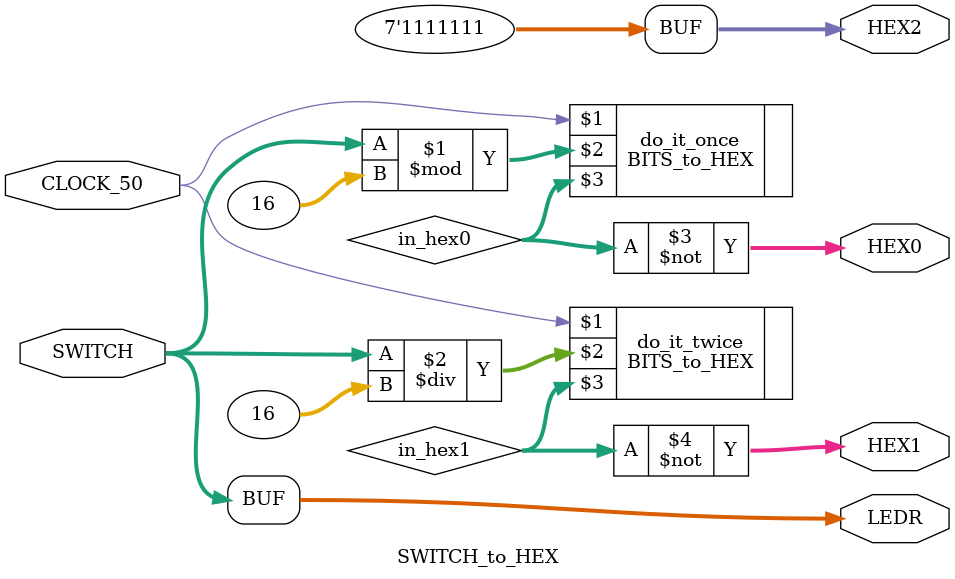
<source format=v>
module SWITCH_to_HEX ( CLOCK_50, SWITCH, LEDR, HEX0, HEX1, HEX2 );

	input        CLOCK_50;
	input  [7:0] SWITCH;
	output [7:0] LEDR;
	wire   [6:0] in_hex0;
	wire   [6:0] in_hex1;
	output [6:0] HEX0;
	output [6:0] HEX1;
	output [6:0] HEX2;
	
	//the syntax is awful
	//<module_name> <BS_undefined_variable> (clock, input, output);
	//
	//when called:              input is a reg or input, output is a wire or output
	//in the module definition: input is an input wire,  output is an output reg
	BITS_to_HEX do_it_once  ( CLOCK_50, (SWITCH % 16), in_hex0 );
	BITS_to_HEX do_it_twice ( CLOCK_50, (SWITCH / 16), in_hex1 );
	
	assign LEDR = SWITCH;
	assign HEX0 = ~(in_hex0);
	assign HEX1 = ~(in_hex1);
	assign HEX2 = 7'b1111111;

endmodule 
</source>
